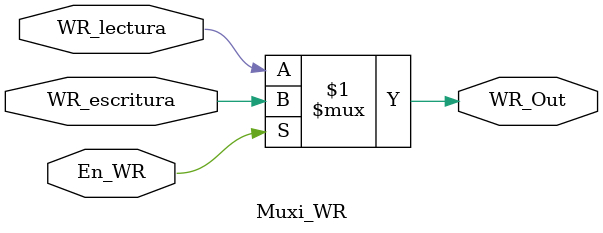
<source format=v>
`timescale 1ns / 1ps


module Muxi_WR(
    WR_escritura,
    WR_lectura,
    En_WR,
    WR_Out
    
    );
 parameter largo =8;
 input WR_lectura;
 input WR_escritura;
 output WR_Out;
 input En_WR;
 
assign WR_Out = En_WR ? WR_escritura: WR_lectura;

endmodule

</source>
